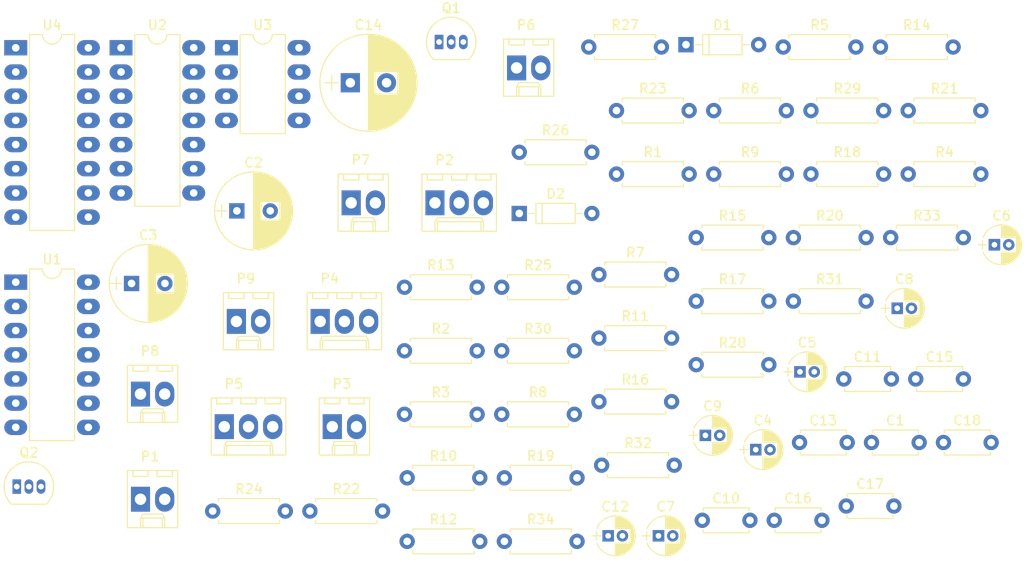
<source format=kicad_pcb>
(kicad_pcb (version 4) (host pcbnew 4.0.4-stable)
  (layers (0 F.Cu signal) (31 B.Cu signal) (34 B.Paste user) (35 F.Paste user) (36 B.SilkS user) (37 F.SilkS user) (38 B.Mask user) (39 F.Mask user) (44 Edge.Cuts user))
  (net 0 "")
  (net 1 "Net-(C1-Pad1)")
  (net 2 "Net-(C1-Pad2)")
  (net 3 VCC)
  (net 4 GND)
  (net 5 VEE)
  (net 6 "Net-(C10-Pad1)")
  (net 7 "Net-(C10-Pad2)")
  (net 8 "Net-(C12-Pad1)")
  (net 9 "Net-(C13-Pad1)")
  (net 10 "Net-(C13-Pad2)")
  (net 11 "Net-(C14-Pad2)")
  (net 12 "Net-(C15-Pad1)")
  (net 13 "Net-(C15-Pad2)")
  (net 14 "Net-(C16-Pad1)")
  (net 15 "Net-(C16-Pad2)")
  (net 16 "Net-(C17-Pad1)")
  (net 17 WET-SIGNAL)
  (net 18 "Net-(C18-Pad2)")
  (net 19 "Net-(D1-Pad1)")
  (net 20 "Net-(D1-Pad2)")
  (net 21 "Net-(D2-Pad1)")
  (net 22 "Net-(D2-Pad2)")
  (net 23 "Net-(P1-Pad2)")
  (net 24 "Net-(P2-Pad1)")
  (net 25 "Net-(P2-Pad2)")
  (net 26 "Net-(P3-Pad2)")
  (net 27 "Net-(P4-Pad1)")
  (net 28 "Net-(P4-Pad2)")
  (net 29 "Net-(P8-Pad2)")
  (net 30 "Net-(P9-Pad1)")
  (net 31 "Net-(P9-Pad2)")
  (net 32 "Net-(Q1-Pad3)")
  (net 33 "Net-(Q2-Pad3)")
  (net 34 "Net-(R3-Pad1)")
  (net 35 "Net-(R5-Pad1)")
  (net 36 "Net-(R10-Pad2)")
  (net 37 "Net-(R8-Pad1)")
  (net 38 "Net-(R9-Pad1)")
  (net 39 DRY-SIGNAL)
  (net 40 "Net-(R16-Pad1)")
  (net 41 "Net-(R17-Pad1)")
  (net 42 "Net-(R21-Pad1)")
  (net 43 "Net-(R22-Pad1)")
  (net 44 "Net-(R28-Pad2)")
  (net 45 "Net-(R32-Pad2)")
  (net 46 "Net-(U2-Pad13)")
  (net 47 "Net-(U3-Pad1)")
  (net 48 "Net-(U3-Pad8)")
  (net 49 "Net-(U4-Pad2)")
  (net 50 "Net-(U4-Pad15)")
  (module Capacitors_ThroughHole:C_Disc_D4.7mm_W2.5mm_P5.00mm (layer F.Cu) (at 203.509001 130.657)
    (fp_text reference C1 (at 2.5 -2.31) (layer F.SilkS))
    (fp_text value 1u)
    (pad 1 thru_hole circle (at 0 0) (size 1.6 1.6) (drill 0.8) (layers *.Cu *.Mask) (net 1 "Net-(C1-Pad1)"))
    (pad 2 thru_hole circle (at 5 0) (size 1.6 1.6) (drill 0.8) (layers *.Cu *.Mask) (net 2 "Net-(C1-Pad2)"))
  )
  (module Capacitors_ThroughHole:CP_Radial_D8.0mm_P3.50mm (layer F.Cu) (at 136.939001 106.337)
    (fp_text reference C2 (at 1.75 -5.06) (layer F.SilkS))
    (fp_text value 470u)
    (pad 1 thru_hole rect (at 0 0) (size 1.6 1.6) (drill 0.8) (layers *.Cu *.Mask) (net 3 VCC))
    (pad 2 thru_hole circle (at 3.5 0) (size 1.6 1.6) (drill 0.8) (layers *.Cu *.Mask) (net 4 GND))
  )
  (module Capacitors_ThroughHole:CP_Radial_D8.0mm_P3.50mm (layer F.Cu) (at 125.889001 113.957)
    (fp_text reference C3 (at 1.75 -5.06) (layer F.SilkS))
    (fp_text value 470u)
    (pad 1 thru_hole rect (at 0 0) (size 1.6 1.6) (drill 0.8) (layers *.Cu *.Mask) (net 4 GND))
    (pad 2 thru_hole circle (at 3.5 0) (size 1.6 1.6) (drill 0.8) (layers *.Cu *.Mask) (net 5 VEE))
  )
  (module Capacitors_ThroughHole:CP_Radial_D4.0mm_P1.50mm (layer F.Cu) (at 191.364001 131.407)
    (fp_text reference C4 (at 0.75 -3.06) (layer F.SilkS))
    (fp_text value 10u)
    (pad 1 thru_hole rect (at 0 0) (size 1.2 1.2) (drill 0.6) (layers *.Cu *.Mask) (net 3 VCC))
    (pad 2 thru_hole circle (at 1.5 0) (size 1.2 1.2) (drill 0.6) (layers *.Cu *.Mask) (net 4 GND))
  )
  (module Capacitors_ThroughHole:CP_Radial_D4.0mm_P1.50mm (layer F.Cu) (at 196.004001 123.237)
    (fp_text reference C5 (at 0.75 -3.06) (layer F.SilkS))
    (fp_text value 10u)
    (pad 1 thru_hole rect (at 0 0) (size 1.2 1.2) (drill 0.6) (layers *.Cu *.Mask) (net 4 GND))
    (pad 2 thru_hole circle (at 1.5 0) (size 1.2 1.2) (drill 0.6) (layers *.Cu *.Mask) (net 5 VEE))
  )
  (module Capacitors_ThroughHole:CP_Radial_D4.0mm_P1.50mm (layer F.Cu) (at 216.404001 109.897)
    (fp_text reference C6 (at 0.75 -3.06) (layer F.SilkS))
    (fp_text value 10u)
    (pad 1 thru_hole rect (at 0 0) (size 1.2 1.2) (drill 0.6) (layers *.Cu *.Mask) (net 3 VCC))
    (pad 2 thru_hole circle (at 1.5 0) (size 1.2 1.2) (drill 0.6) (layers *.Cu *.Mask) (net 4 GND))
  )
  (module Capacitors_ThroughHole:CP_Radial_D4.0mm_P1.50mm (layer F.Cu) (at 181.164001 140.457)
    (fp_text reference C7 (at 0.75 -3.06) (layer F.SilkS))
    (fp_text value 10u)
    (pad 1 thru_hole rect (at 0 0) (size 1.2 1.2) (drill 0.6) (layers *.Cu *.Mask) (net 4 GND))
    (pad 2 thru_hole circle (at 1.5 0) (size 1.2 1.2) (drill 0.6) (layers *.Cu *.Mask) (net 5 VEE))
  )
  (module Capacitors_ThroughHole:CP_Radial_D4.0mm_P1.50mm (layer F.Cu) (at 206.204001 116.567)
    (fp_text reference C8 (at 0.75 -3.06) (layer F.SilkS))
    (fp_text value 10u)
    (pad 1 thru_hole rect (at 0 0) (size 1.2 1.2) (drill 0.6) (layers *.Cu *.Mask) (net 3 VCC))
    (pad 2 thru_hole circle (at 1.5 0) (size 1.2 1.2) (drill 0.6) (layers *.Cu *.Mask) (net 4 GND))
  )
  (module Capacitors_ThroughHole:CP_Radial_D4.0mm_P1.50mm (layer F.Cu) (at 186.084001 129.907)
    (fp_text reference C9 (at 0.75 -3.06) (layer F.SilkS))
    (fp_text value 10u)
    (pad 1 thru_hole rect (at 0 0) (size 1.2 1.2) (drill 0.6) (layers *.Cu *.Mask) (net 4 GND))
    (pad 2 thru_hole circle (at 1.5 0) (size 1.2 1.2) (drill 0.6) (layers *.Cu *.Mask) (net 5 VEE))
  )
  (module Capacitors_ThroughHole:C_Disc_D4.7mm_W2.5mm_P5.00mm (layer F.Cu) (at 185.759001 138.827)
    (fp_text reference C10 (at 2.5 -2.31) (layer F.SilkS))
    (fp_text value 22n)
    (pad 1 thru_hole circle (at 0 0) (size 1.6 1.6) (drill 0.8) (layers *.Cu *.Mask) (net 6 "Net-(C10-Pad1)"))
    (pad 2 thru_hole circle (at 5 0) (size 1.6 1.6) (drill 0.8) (layers *.Cu *.Mask) (net 7 "Net-(C10-Pad2)"))
  )
  (module Capacitors_ThroughHole:C_Disc_D4.7mm_W2.5mm_P5.00mm (layer F.Cu) (at 200.599001 123.987)
    (fp_text reference C11 (at 2.5 -2.31) (layer F.SilkS))
    (fp_text value 1u)
    (pad 1 thru_hole circle (at 0 0) (size 1.6 1.6) (drill 0.8) (layers *.Cu *.Mask) (net 4 GND))
    (pad 2 thru_hole circle (at 5 0) (size 1.6 1.6) (drill 0.8) (layers *.Cu *.Mask) (net 3 VCC))
  )
  (module Capacitors_ThroughHole:CP_Radial_D4.0mm_P1.50mm (layer F.Cu) (at 175.884001 140.457)
    (fp_text reference C12 (at 0.75 -3.06) (layer F.SilkS))
    (fp_text value 10u)
    (pad 1 thru_hole rect (at 0 0) (size 1.2 1.2) (drill 0.6) (layers *.Cu *.Mask) (net 8 "Net-(C12-Pad1)"))
    (pad 2 thru_hole circle (at 1.5 0) (size 1.2 1.2) (drill 0.6) (layers *.Cu *.Mask) (net 4 GND))
  )
  (module Capacitors_ThroughHole:C_Disc_D4.7mm_W2.5mm_P5.00mm (layer F.Cu) (at 195.959001 130.657)
    (fp_text reference C13 (at 2.5 -2.31) (layer F.SilkS))
    (fp_text value 470n)
    (pad 1 thru_hole circle (at 0 0) (size 1.6 1.6) (drill 0.8) (layers *.Cu *.Mask) (net 9 "Net-(C13-Pad1)"))
    (pad 2 thru_hole circle (at 5 0) (size 1.6 1.6) (drill 0.8) (layers *.Cu *.Mask) (net 10 "Net-(C13-Pad2)"))
  )
  (module Capacitors_ThroughHole:CP_Radial_D10.0mm_P3.80mm (layer F.Cu) (at 148.839001 92.887)
    (fp_text reference C14 (at 1.9 -6.06) (layer F.SilkS))
    (fp_text value 220u)
    (pad 1 thru_hole rect (at 0 0) (size 2 2) (drill 1) (layers *.Cu *.Mask) (net 9 "Net-(C13-Pad1)"))
    (pad 2 thru_hole circle (at 3.8 0) (size 2 2) (drill 1) (layers *.Cu *.Mask) (net 11 "Net-(C14-Pad2)"))
  )
  (module Capacitors_ThroughHole:C_Disc_D4.7mm_W2.5mm_P5.00mm (layer F.Cu) (at 208.149001 123.987)
    (fp_text reference C15 (at 2.5 -2.31) (layer F.SilkS))
    (fp_text value 1u)
    (pad 1 thru_hole circle (at 0 0) (size 1.6 1.6) (drill 0.8) (layers *.Cu *.Mask) (net 12 "Net-(C15-Pad1)"))
    (pad 2 thru_hole circle (at 5 0) (size 1.6 1.6) (drill 0.8) (layers *.Cu *.Mask) (net 13 "Net-(C15-Pad2)"))
  )
  (module Capacitors_ThroughHole:C_Disc_D4.7mm_W2.5mm_P5.00mm (layer F.Cu) (at 193.309001 138.827)
    (fp_text reference C16 (at 2.5 -2.31) (layer F.SilkS))
    (fp_text value 1u)
    (pad 1 thru_hole circle (at 0 0) (size 1.6 1.6) (drill 0.8) (layers *.Cu *.Mask) (net 14 "Net-(C16-Pad1)"))
    (pad 2 thru_hole circle (at 5 0) (size 1.6 1.6) (drill 0.8) (layers *.Cu *.Mask) (net 15 "Net-(C16-Pad2)"))
  )
  (module Capacitors_ThroughHole:C_Disc_D4.7mm_W2.5mm_P5.00mm (layer F.Cu) (at 200.859001 137.327)
    (fp_text reference C17 (at 2.5 -2.31) (layer F.SilkS))
    (fp_text value 100n)
    (pad 1 thru_hole circle (at 0 0) (size 1.6 1.6) (drill 0.8) (layers *.Cu *.Mask) (net 16 "Net-(C17-Pad1)"))
    (pad 2 thru_hole circle (at 5 0) (size 1.6 1.6) (drill 0.8) (layers *.Cu *.Mask) (net 4 GND))
  )
  (module Capacitors_ThroughHole:C_Disc_D4.7mm_W2.5mm_P5.00mm (layer F.Cu) (at 211.059001 130.657)
    (fp_text reference C18 (at 2.5 -2.31) (layer F.SilkS))
    (fp_text value 100n)
    (pad 1 thru_hole circle (at 0 0) (size 1.6 1.6) (drill 0.8) (layers *.Cu *.Mask) (net 17 WET-SIGNAL))
    (pad 2 thru_hole circle (at 5 0) (size 1.6 1.6) (drill 0.8) (layers *.Cu *.Mask) (net 18 "Net-(C18-Pad2)"))
  )
  (module Diodes_ThroughHole:D_DO-35_SOD27_P7.62mm_Horizontal (layer F.Cu) (at 184.049001 88.887)
    (fp_text reference D1 (at 3.81 -2.06) (layer F.SilkS))
    (fp_text value 1N4148)
    (pad 1 thru_hole rect (at 0 0) (size 1.6 1.6) (drill 0.8) (layers *.Cu *.Mask) (net 19 "Net-(D1-Pad1)"))
    (pad 2 thru_hole oval (at 7.62 0) (size 1.6 1.6) (drill 0.8) (layers *.Cu *.Mask) (net 20 "Net-(D1-Pad2)"))
  )
  (module Diodes_ThroughHole:D_DO-35_SOD27_P7.62mm_Horizontal (layer F.Cu) (at 166.559001 106.607)
    (fp_text reference D2 (at 3.81 -2.06) (layer F.SilkS))
    (fp_text value 1N4148)
    (pad 1 thru_hole rect (at 0 0) (size 1.6 1.6) (drill 0.8) (layers *.Cu *.Mask) (net 21 "Net-(D2-Pad1)"))
    (pad 2 thru_hole oval (at 7.62 0) (size 1.6 1.6) (drill 0.8) (layers *.Cu *.Mask) (net 22 "Net-(D2-Pad2)"))
  )
  (module Connectors_Molex:Molex_KK-6410-02_02x2.54mm_Straight (layer F.Cu) (at 126.827333 136.617)
    (fp_text reference P1 (at 1 -4.5) (layer F.SilkS))
    (fp_text value CONN_01X02)
    (pad 1 thru_hole rect (at 0 0) (size 2 2.6) (drill 1.2) (layers *.Cu *.Mask) (net 4 GND))
    (pad 2 thru_hole oval (at 2.54 0) (size 2 2.6) (drill 1.2) (layers *.Cu *.Mask) (net 23 "Net-(P1-Pad2)"))
  )
  (module Connectors_Molex:Molex_KK-6410-03_03x2.54mm_Straight (layer F.Cu) (at 157.717333 105.497)
    (fp_text reference P2 (at 1 -4.5) (layer F.SilkS))
    (fp_text value CONN_01X03)
    (pad 1 thru_hole rect (at 0 0) (size 2 2.6) (drill 1.2) (layers *.Cu *.Mask) (net 24 "Net-(P2-Pad1)"))
    (pad 2 thru_hole oval (at 2.54 0) (size 2 2.6) (drill 1.2) (layers *.Cu *.Mask) (net 25 "Net-(P2-Pad2)"))
    (pad 3 thru_hole oval (at 5.08 0) (size 2 2.6) (drill 1.2) (layers *.Cu *.Mask) (net 3 VCC))
  )
  (module Connectors_Molex:Molex_KK-6410-02_02x2.54mm_Straight (layer F.Cu) (at 146.947333 128.997)
    (fp_text reference P3 (at 1 -4.5) (layer F.SilkS))
    (fp_text value CONN_01X02)
    (pad 1 thru_hole rect (at 0 0) (size 2 2.6) (drill 1.2) (layers *.Cu *.Mask) (net 4 GND))
    (pad 2 thru_hole oval (at 2.54 0) (size 2 2.6) (drill 1.2) (layers *.Cu *.Mask) (net 26 "Net-(P3-Pad2)"))
  )
  (module Connectors_Molex:Molex_KK-6410-03_03x2.54mm_Straight (layer F.Cu) (at 145.677333 117.947)
    (fp_text reference P4 (at 1 -4.5) (layer F.SilkS))
    (fp_text value CONN_01X03)
    (pad 1 thru_hole rect (at 0 0) (size 2 2.6) (drill 1.2) (layers *.Cu *.Mask) (net 27 "Net-(P4-Pad1)"))
    (pad 2 thru_hole oval (at 2.54 0) (size 2 2.6) (drill 1.2) (layers *.Cu *.Mask) (net 28 "Net-(P4-Pad2)"))
    (pad 3 thru_hole oval (at 5.08 0) (size 2 2.6) (drill 1.2) (layers *.Cu *.Mask) (net 3 VCC))
  )
  (module Connectors_Molex:Molex_KK-6410-03_03x2.54mm_Straight (layer F.Cu) (at 135.617333 128.997)
    (fp_text reference P5 (at 1 -4.5) (layer F.SilkS))
    (fp_text value CONN_01X03)
    (pad 1 thru_hole rect (at 0 0) (size 2 2.6) (drill 1.2) (layers *.Cu *.Mask) (net 5 VEE))
    (pad 2 thru_hole oval (at 2.54 0) (size 2 2.6) (drill 1.2) (layers *.Cu *.Mask) (net 4 GND))
    (pad 3 thru_hole oval (at 5.08 0) (size 2 2.6) (drill 1.2) (layers *.Cu *.Mask) (net 3 VCC))
  )
  (module Connectors_Molex:Molex_KK-6410-02_02x2.54mm_Straight (layer F.Cu) (at 166.277333 91.327)
    (fp_text reference P6 (at 1 -4.5) (layer F.SilkS))
    (fp_text value CONN_01X02)
    (pad 1 thru_hole rect (at 0 0) (size 2 2.6) (drill 1.2) (layers *.Cu *.Mask) (net 4 GND))
    (pad 2 thru_hole oval (at 2.54 0) (size 2 2.6) (drill 1.2) (layers *.Cu *.Mask) (net 2 "Net-(C1-Pad2)"))
  )
  (module Connectors_Molex:Molex_KK-6410-02_02x2.54mm_Straight (layer F.Cu) (at 148.927333 105.497)
    (fp_text reference P7 (at 1 -4.5) (layer F.SilkS))
    (fp_text value CONN_01X02)
    (pad 1 thru_hole rect (at 0 0) (size 2 2.6) (drill 1.2) (layers *.Cu *.Mask) (net 11 "Net-(C14-Pad2)"))
    (pad 2 thru_hole oval (at 2.54 0) (size 2 2.6) (drill 1.2) (layers *.Cu *.Mask) (net 4 GND))
  )
  (module Connectors_Molex:Molex_KK-6410-02_02x2.54mm_Straight (layer F.Cu) (at 126.827333 125.567)
    (fp_text reference P8 (at 1 -4.5) (layer F.SilkS))
    (fp_text value CONN_01X02)
    (pad 1 thru_hole rect (at 0 0) (size 2 2.6) (drill 1.2) (layers *.Cu *.Mask) (net 4 GND))
    (pad 2 thru_hole oval (at 2.54 0) (size 2 2.6) (drill 1.2) (layers *.Cu *.Mask) (net 29 "Net-(P8-Pad2)"))
  )
  (module Connectors_Molex:Molex_KK-6410-02_02x2.54mm_Straight (layer F.Cu) (at 136.887333 117.947)
    (fp_text reference P9 (at 1 -4.5) (layer F.SilkS))
    (fp_text value CONN_01X02)
    (pad 1 thru_hole rect (at 0 0) (size 2 2.6) (drill 1.2) (layers *.Cu *.Mask) (net 30 "Net-(P9-Pad1)"))
    (pad 2 thru_hole oval (at 2.54 0) (size 2 2.6) (drill 1.2) (layers *.Cu *.Mask) (net 31 "Net-(P9-Pad2)"))
  )
  (module Resistors_ThroughHole:R_Axial_DIN0207_L6.3mm_D2.5mm_P7.62mm_Horizontal (layer F.Cu) (at 176.759001 102.477)
    (fp_text reference R1 (at 3.81 -2.31) (layer F.SilkS))
    (fp_text value 47k)
    (pad 1 thru_hole circle (at 0 0) (size 1.6 1.6) (drill 0.8) (layers *.Cu *.Mask) (net 24 "Net-(P2-Pad1)"))
    (pad 2 thru_hole oval (at 7.62 0) (size 1.6 1.6) (drill 0.8) (layers *.Cu *.Mask) (net 5 VEE))
  )
  (module Resistors_ThroughHole:R_Axial_DIN0207_L6.3mm_D2.5mm_P7.62mm_Horizontal (layer F.Cu) (at 154.519001 121.027)
    (fp_text reference R2 (at 3.81 -2.31) (layer F.SilkS))
    (fp_text value 47k)
    (pad 1 thru_hole circle (at 0 0) (size 1.6 1.6) (drill 0.8) (layers *.Cu *.Mask) (net 27 "Net-(P4-Pad1)"))
    (pad 2 thru_hole oval (at 7.62 0) (size 1.6 1.6) (drill 0.8) (layers *.Cu *.Mask) (net 5 VEE))
  )
  (module Resistors_ThroughHole:R_Axial_DIN0207_L6.3mm_D2.5mm_P7.62mm_Horizontal (layer F.Cu) (at 154.519001 127.697)
    (fp_text reference R3 (at 3.81 -2.31) (layer F.SilkS))
    (fp_text value 100k)
    (pad 1 thru_hole circle (at 0 0) (size 1.6 1.6) (drill 0.8) (layers *.Cu *.Mask) (net 34 "Net-(R3-Pad1)"))
    (pad 2 thru_hole oval (at 7.62 0) (size 1.6 1.6) (drill 0.8) (layers *.Cu *.Mask) (net 23 "Net-(P1-Pad2)"))
  )
  (module Resistors_ThroughHole:R_Axial_DIN0207_L6.3mm_D2.5mm_P7.62mm_Horizontal (layer F.Cu) (at 207.359001 102.477)
    (fp_text reference R4 (at 3.81 -2.31) (layer F.SilkS))
    (fp_text value 100k)
    (pad 1 thru_hole circle (at 0 0) (size 1.6 1.6) (drill 0.8) (layers *.Cu *.Mask) (net 34 "Net-(R3-Pad1)"))
    (pad 2 thru_hole oval (at 7.62 0) (size 1.6 1.6) (drill 0.8) (layers *.Cu *.Mask) (net 25 "Net-(P2-Pad2)"))
  )
  (module Resistors_ThroughHole:R_Axial_DIN0207_L6.3mm_D2.5mm_P7.62mm_Horizontal (layer F.Cu) (at 194.249001 89.137)
    (fp_text reference R5 (at 3.81 -2.31) (layer F.SilkS))
    (fp_text value 100k)
    (pad 1 thru_hole circle (at 0 0) (size 1.6 1.6) (drill 0.8) (layers *.Cu *.Mask) (net 35 "Net-(R5-Pad1)"))
    (pad 2 thru_hole oval (at 7.62 0) (size 1.6 1.6) (drill 0.8) (layers *.Cu *.Mask) (net 26 "Net-(P3-Pad2)"))
  )
  (module Resistors_ThroughHole:R_Axial_DIN0207_L6.3mm_D2.5mm_P7.62mm_Horizontal (layer F.Cu) (at 186.959001 95.807)
    (fp_text reference R6 (at 3.81 -2.31) (layer F.SilkS))
    (fp_text value 100k)
    (pad 1 thru_hole circle (at 0 0) (size 1.6 1.6) (drill 0.8) (layers *.Cu *.Mask) (net 35 "Net-(R5-Pad1)"))
    (pad 2 thru_hole oval (at 7.62 0) (size 1.6 1.6) (drill 0.8) (layers *.Cu *.Mask) (net 28 "Net-(P4-Pad2)"))
  )
  (module Resistors_ThroughHole:R_Axial_DIN0207_L6.3mm_D2.5mm_P7.62mm_Horizontal (layer F.Cu) (at 174.919001 113.027)
    (fp_text reference R7 (at 3.81 -2.31) (layer F.SilkS))
    (fp_text value 100k)
    (pad 1 thru_hole circle (at 0 0) (size 1.6 1.6) (drill 0.8) (layers *.Cu *.Mask) (net 36 "Net-(R10-Pad2)"))
    (pad 2 thru_hole oval (at 7.62 0) (size 1.6 1.6) (drill 0.8) (layers *.Cu *.Mask) (net 1 "Net-(C1-Pad1)"))
  )
  (module Resistors_ThroughHole:R_Axial_DIN0207_L6.3mm_D2.5mm_P7.62mm_Horizontal (layer F.Cu) (at 164.719001 127.697)
    (fp_text reference R8 (at 3.81 -2.31) (layer F.SilkS))
    (fp_text value 39k)
    (pad 1 thru_hole circle (at 0 0) (size 1.6 1.6) (drill 0.8) (layers *.Cu *.Mask) (net 37 "Net-(R8-Pad1)"))
    (pad 2 thru_hole oval (at 7.62 0) (size 1.6 1.6) (drill 0.8) (layers *.Cu *.Mask) (net 34 "Net-(R3-Pad1)"))
  )
  (module Resistors_ThroughHole:R_Axial_DIN0207_L6.3mm_D2.5mm_P7.62mm_Horizontal (layer F.Cu) (at 186.959001 102.477)
    (fp_text reference R9 (at 3.81 -2.31) (layer F.SilkS))
    (fp_text value 39k)
    (pad 1 thru_hole circle (at 0 0) (size 1.6 1.6) (drill 0.8) (layers *.Cu *.Mask) (net 38 "Net-(R9-Pad1)"))
    (pad 2 thru_hole oval (at 7.62 0) (size 1.6 1.6) (drill 0.8) (layers *.Cu *.Mask) (net 35 "Net-(R5-Pad1)"))
  )
  (module Resistors_ThroughHole:R_Axial_DIN0207_L6.3mm_D2.5mm_P7.62mm_Horizontal (layer F.Cu) (at 154.799001 134.367)
    (fp_text reference R10 (at 3.81 -2.31) (layer F.SilkS))
    (fp_text value 100k)
    (pad 1 thru_hole circle (at 0 0) (size 1.6 1.6) (drill 0.8) (layers *.Cu *.Mask) (net 39 DRY-SIGNAL))
    (pad 2 thru_hole oval (at 7.62 0) (size 1.6 1.6) (drill 0.8) (layers *.Cu *.Mask) (net 36 "Net-(R10-Pad2)"))
  )
  (module Resistors_ThroughHole:R_Axial_DIN0207_L6.3mm_D2.5mm_P7.62mm_Horizontal (layer F.Cu) (at 174.919001 119.697)
    (fp_text reference R11 (at 3.81 -2.31) (layer F.SilkS))
    (fp_text value 68k)
    (pad 1 thru_hole circle (at 0 0) (size 1.6 1.6) (drill 0.8) (layers *.Cu *.Mask) (net 19 "Net-(D1-Pad1)"))
    (pad 2 thru_hole oval (at 7.62 0) (size 1.6 1.6) (drill 0.8) (layers *.Cu *.Mask) (net 4 GND))
  )
  (module Resistors_ThroughHole:R_Axial_DIN0207_L6.3mm_D2.5mm_P7.62mm_Horizontal (layer F.Cu) (at 154.799001 141.037)
    (fp_text reference R12 (at 3.81 -2.31) (layer F.SilkS))
    (fp_text value 68k)
    (pad 1 thru_hole circle (at 0 0) (size 1.6 1.6) (drill 0.8) (layers *.Cu *.Mask) (net 21 "Net-(D2-Pad1)"))
    (pad 2 thru_hole oval (at 7.62 0) (size 1.6 1.6) (drill 0.8) (layers *.Cu *.Mask) (net 4 GND))
  )
  (module Resistors_ThroughHole:R_Axial_DIN0207_L6.3mm_D2.5mm_P7.62mm_Horizontal (layer F.Cu) (at 154.519001 114.357)
    (fp_text reference R13 (at 3.81 -2.31) (layer F.SilkS))
    (fp_text value 10k)
    (pad 1 thru_hole circle (at 0 0) (size 1.6 1.6) (drill 0.8) (layers *.Cu *.Mask) (net 7 "Net-(C10-Pad2)"))
    (pad 2 thru_hole oval (at 7.62 0) (size 1.6 1.6) (drill 0.8) (layers *.Cu *.Mask) (net 39 DRY-SIGNAL))
  )
  (module Resistors_ThroughHole:R_Axial_DIN0207_L6.3mm_D2.5mm_P7.62mm_Horizontal (layer F.Cu) (at 204.449001 89.137)
    (fp_text reference R14 (at 3.81 -2.31) (layer F.SilkS))
    (fp_text value 1k)
    (pad 1 thru_hole circle (at 0 0) (size 1.6 1.6) (drill 0.8) (layers *.Cu *.Mask) (net 4 GND))
    (pad 2 thru_hole oval (at 7.62 0) (size 1.6 1.6) (drill 0.8) (layers *.Cu *.Mask) (net 7 "Net-(C10-Pad2)"))
  )
  (module Resistors_ThroughHole:R_Axial_DIN0207_L6.3mm_D2.5mm_P7.62mm_Horizontal (layer F.Cu) (at 185.119001 109.147)
    (fp_text reference R15 (at 3.81 -2.31) (layer F.SilkS))
    (fp_text value 100k)
    (pad 1 thru_hole circle (at 0 0) (size 1.6 1.6) (drill 0.8) (layers *.Cu *.Mask) (net 6 "Net-(C10-Pad1)"))
    (pad 2 thru_hole oval (at 7.62 0) (size 1.6 1.6) (drill 0.8) (layers *.Cu *.Mask) (net 4 GND))
  )
  (module Resistors_ThroughHole:R_Axial_DIN0207_L6.3mm_D2.5mm_P7.62mm_Horizontal (layer F.Cu) (at 174.919001 126.367)
    (fp_text reference R16 (at 3.81 -2.31) (layer F.SilkS))
    (fp_text value 220k)
    (pad 1 thru_hole circle (at 0 0) (size 1.6 1.6) (drill 0.8) (layers *.Cu *.Mask) (net 40 "Net-(R16-Pad1)"))
    (pad 2 thru_hole oval (at 7.62 0) (size 1.6 1.6) (drill 0.8) (layers *.Cu *.Mask) (net 17 WET-SIGNAL))
  )
  (module Resistors_ThroughHole:R_Axial_DIN0207_L6.3mm_D2.5mm_P7.62mm_Horizontal (layer F.Cu) (at 185.119001 115.817)
    (fp_text reference R17 (at 3.81 -2.31) (layer F.SilkS))
    (fp_text value 220k)
    (pad 1 thru_hole circle (at 0 0) (size 1.6 1.6) (drill 0.8) (layers *.Cu *.Mask) (net 41 "Net-(R17-Pad1)"))
    (pad 2 thru_hole oval (at 7.62 0) (size 1.6 1.6) (drill 0.8) (layers *.Cu *.Mask) (net 39 DRY-SIGNAL))
  )
  (module Resistors_ThroughHole:R_Axial_DIN0207_L6.3mm_D2.5mm_P7.62mm_Horizontal (layer F.Cu) (at 197.159001 102.477)
    (fp_text reference R18 (at 3.81 -2.31) (layer F.SilkS))
    (fp_text value 1k)
    (pad 1 thru_hole circle (at 0 0) (size 1.6 1.6) (drill 0.8) (layers *.Cu *.Mask) (net 40 "Net-(R16-Pad1)"))
    (pad 2 thru_hole oval (at 7.62 0) (size 1.6 1.6) (drill 0.8) (layers *.Cu *.Mask) (net 4 GND))
  )
  (module Resistors_ThroughHole:R_Axial_DIN0207_L6.3mm_D2.5mm_P7.62mm_Horizontal (layer F.Cu) (at 164.999001 134.367)
    (fp_text reference R19 (at 3.81 -2.31) (layer F.SilkS))
    (fp_text value 1k)
    (pad 1 thru_hole circle (at 0 0) (size 1.6 1.6) (drill 0.8) (layers *.Cu *.Mask) (net 41 "Net-(R17-Pad1)"))
    (pad 2 thru_hole oval (at 7.62 0) (size 1.6 1.6) (drill 0.8) (layers *.Cu *.Mask) (net 4 GND))
  )
  (module Resistors_ThroughHole:R_Axial_DIN0207_L6.3mm_D2.5mm_P7.62mm_Horizontal (layer F.Cu) (at 195.319001 109.147)
    (fp_text reference R20 (at 3.81 -2.31) (layer F.SilkS))
    (fp_text value 10R)
    (pad 1 thru_hole circle (at 0 0) (size 1.6 1.6) (drill 0.8) (layers *.Cu *.Mask) (net 10 "Net-(C13-Pad2)"))
    (pad 2 thru_hole oval (at 7.62 0) (size 1.6 1.6) (drill 0.8) (layers *.Cu *.Mask) (net 4 GND))
  )
  (module Resistors_ThroughHole:R_Axial_DIN0207_L6.3mm_D2.5mm_P7.62mm_Horizontal (layer F.Cu) (at 207.359001 95.807)
    (fp_text reference R21 (at 3.81 -2.31) (layer F.SilkS))
    (fp_text value 220k)
    (pad 1 thru_hole circle (at 0 0) (size 1.6 1.6) (drill 0.8) (layers *.Cu *.Mask) (net 42 "Net-(R21-Pad1)"))
    (pad 2 thru_hole oval (at 7.62 0) (size 1.6 1.6) (drill 0.8) (layers *.Cu *.Mask) (net 3 VCC))
  )
  (module Resistors_ThroughHole:R_Axial_DIN0207_L6.3mm_D2.5mm_P7.62mm_Horizontal (layer F.Cu) (at 144.599001 137.857)
    (fp_text reference R22 (at 3.81 -2.31) (layer F.SilkS))
    (fp_text value 220k)
    (pad 1 thru_hole circle (at 0 0) (size 1.6 1.6) (drill 0.8) (layers *.Cu *.Mask) (net 43 "Net-(R22-Pad1)"))
    (pad 2 thru_hole oval (at 7.62 0) (size 1.6 1.6) (drill 0.8) (layers *.Cu *.Mask) (net 3 VCC))
  )
  (module Resistors_ThroughHole:R_Axial_DIN0207_L6.3mm_D2.5mm_P7.62mm_Horizontal (layer F.Cu) (at 176.759001 95.807)
    (fp_text reference R23 (at 3.81 -2.31) (layer F.SilkS))
    (fp_text value 56k)
    (pad 1 thru_hole circle (at 0 0) (size 1.6 1.6) (drill 0.8) (layers *.Cu *.Mask) (net 4 GND))
    (pad 2 thru_hole oval (at 7.62 0) (size 1.6 1.6) (drill 0.8) (layers *.Cu *.Mask) (net 42 "Net-(R21-Pad1)"))
  )
  (module Resistors_ThroughHole:R_Axial_DIN0207_L6.3mm_D2.5mm_P7.62mm_Horizontal (layer F.Cu) (at 134.399001 137.857)
    (fp_text reference R24 (at 3.81 -2.31) (layer F.SilkS))
    (fp_text value 56k)
    (pad 1 thru_hole circle (at 0 0) (size 1.6 1.6) (drill 0.8) (layers *.Cu *.Mask) (net 4 GND))
    (pad 2 thru_hole oval (at 7.62 0) (size 1.6 1.6) (drill 0.8) (layers *.Cu *.Mask) (net 43 "Net-(R22-Pad1)"))
  )
  (module Resistors_ThroughHole:R_Axial_DIN0207_L6.3mm_D2.5mm_P7.62mm_Horizontal (layer F.Cu) (at 164.719001 114.357)
    (fp_text reference R25 (at 3.81 -2.31) (layer F.SilkS))
    (fp_text value 4k7)
    (pad 1 thru_hole circle (at 0 0) (size 1.6 1.6) (drill 0.8) (layers *.Cu *.Mask) (net 5 VEE))
    (pad 2 thru_hole oval (at 7.62 0) (size 1.6 1.6) (drill 0.8) (layers *.Cu *.Mask) (net 13 "Net-(C15-Pad2)"))
  )
  (module Resistors_ThroughHole:R_Axial_DIN0207_L6.3mm_D2.5mm_P7.62mm_Horizontal (layer F.Cu) (at 166.559001 100.187)
    (fp_text reference R26 (at 3.81 -2.31) (layer F.SilkS))
    (fp_text value 4k7)
    (pad 1 thru_hole circle (at 0 0) (size 1.6 1.6) (drill 0.8) (layers *.Cu *.Mask) (net 5 VEE))
    (pad 2 thru_hole oval (at 7.62 0) (size 1.6 1.6) (drill 0.8) (layers *.Cu *.Mask) (net 15 "Net-(C16-Pad2)"))
  )
  (module Resistors_ThroughHole:R_Axial_DIN0207_L6.3mm_D2.5mm_P7.62mm_Horizontal (layer F.Cu) (at 173.849001 89.137)
    (fp_text reference R27 (at 3.81 -2.31) (layer F.SilkS))
    (fp_text value 1M)
    (pad 1 thru_hole circle (at 0 0) (size 1.6 1.6) (drill 0.8) (layers *.Cu *.Mask) (net 29 "Net-(P8-Pad2)"))
    (pad 2 thru_hole oval (at 7.62 0) (size 1.6 1.6) (drill 0.8) (layers *.Cu *.Mask) (net 4 GND))
  )
  (module Resistors_ThroughHole:R_Axial_DIN0207_L6.3mm_D2.5mm_P7.62mm_Horizontal (layer F.Cu) (at 185.119001 122.487)
    (fp_text reference R28 (at 3.81 -2.31) (layer F.SilkS))
    (fp_text value 100k)
    (pad 1 thru_hole circle (at 0 0) (size 1.6 1.6) (drill 0.8) (layers *.Cu *.Mask) (net 12 "Net-(C15-Pad1)"))
    (pad 2 thru_hole oval (at 7.62 0) (size 1.6 1.6) (drill 0.8) (layers *.Cu *.Mask) (net 44 "Net-(R28-Pad2)"))
  )
  (module Resistors_ThroughHole:R_Axial_DIN0207_L6.3mm_D2.5mm_P7.62mm_Horizontal (layer F.Cu) (at 197.159001 95.807)
    (fp_text reference R29 (at 3.81 -2.31) (layer F.SilkS))
    (fp_text value 100k)
    (pad 1 thru_hole circle (at 0 0) (size 1.6 1.6) (drill 0.8) (layers *.Cu *.Mask) (net 14 "Net-(C16-Pad1)"))
    (pad 2 thru_hole oval (at 7.62 0) (size 1.6 1.6) (drill 0.8) (layers *.Cu *.Mask) (net 44 "Net-(R28-Pad2)"))
  )
  (module Resistors_ThroughHole:R_Axial_DIN0207_L6.3mm_D2.5mm_P7.62mm_Horizontal (layer F.Cu) (at 164.719001 121.027)
    (fp_text reference R30 (at 3.81 -2.31) (layer F.SilkS))
    (fp_text value 6k8)
    (pad 1 thru_hole circle (at 0 0) (size 1.6 1.6) (drill 0.8) (layers *.Cu *.Mask) (net 18 "Net-(C18-Pad2)"))
    (pad 2 thru_hole oval (at 7.62 0) (size 1.6 1.6) (drill 0.8) (layers *.Cu *.Mask) (net 16 "Net-(C17-Pad1)"))
  )
  (module Resistors_ThroughHole:R_Axial_DIN0207_L6.3mm_D2.5mm_P7.62mm_Horizontal (layer F.Cu) (at 195.319001 115.817)
    (fp_text reference R31 (at 3.81 -2.31) (layer F.SilkS))
    (fp_text value 470k)
    (pad 1 thru_hole circle (at 0 0) (size 1.6 1.6) (drill 0.8) (layers *.Cu *.Mask) (net 17 WET-SIGNAL))
    (pad 2 thru_hole oval (at 7.62 0) (size 1.6 1.6) (drill 0.8) (layers *.Cu *.Mask) (net 18 "Net-(C18-Pad2)"))
  )
  (module Resistors_ThroughHole:R_Axial_DIN0207_L6.3mm_D2.5mm_P7.62mm_Horizontal (layer F.Cu) (at 175.199001 133.037)
    (fp_text reference R32 (at 3.81 -2.31) (layer F.SilkS))
    (fp_text value 100k)
    (pad 1 thru_hole circle (at 0 0) (size 1.6 1.6) (drill 0.8) (layers *.Cu *.Mask) (net 44 "Net-(R28-Pad2)"))
    (pad 2 thru_hole oval (at 7.62 0) (size 1.6 1.6) (drill 0.8) (layers *.Cu *.Mask) (net 45 "Net-(R32-Pad2)"))
  )
  (module Resistors_ThroughHole:R_Axial_DIN0207_L6.3mm_D2.5mm_P7.62mm_Horizontal (layer F.Cu) (at 205.519001 109.147)
    (fp_text reference R33 (at 3.81 -2.31) (layer F.SilkS))
    (fp_text value 1k)
    (pad 1 thru_hole circle (at 0 0) (size 1.6 1.6) (drill 0.8) (layers *.Cu *.Mask) (net 17 WET-SIGNAL))
    (pad 2 thru_hole oval (at 7.62 0) (size 1.6 1.6) (drill 0.8) (layers *.Cu *.Mask) (net 30 "Net-(P9-Pad1)"))
  )
  (module Resistors_ThroughHole:R_Axial_DIN0207_L6.3mm_D2.5mm_P7.62mm_Horizontal (layer F.Cu) (at 164.999001 141.037)
    (fp_text reference R34 (at 3.81 -2.31) (layer F.SilkS))
    (fp_text value 1k)
    (pad 1 thru_hole circle (at 0 0) (size 1.6 1.6) (drill 0.8) (layers *.Cu *.Mask) (net 45 "Net-(R32-Pad2)"))
    (pad 2 thru_hole oval (at 7.62 0) (size 1.6 1.6) (drill 0.8) (layers *.Cu *.Mask) (net 31 "Net-(P9-Pad2)"))
  )
  (module Housings_DIP:DIP-14_W7.62mm_LongPads (layer F.Cu) (at 113.739001 113.827)
    (fp_text reference U1 (at 3.81 -2.39) (layer F.SilkS))
    (fp_text value TL074)
    (pad 1 thru_hole rect (at 0 0) (size 2.4 1.6) (drill 0.8) (layers *.Cu *.Mask) (net 37 "Net-(R8-Pad1)"))
    (pad 8 thru_hole oval (at 7.62 15.24) (size 2.4 1.6) (drill 0.8) (layers *.Cu *.Mask) (net 38 "Net-(R9-Pad1)"))
    (pad 2 thru_hole oval (at 0 2.54) (size 2.4 1.6) (drill 0.8) (layers *.Cu *.Mask) (net 34 "Net-(R3-Pad1)"))
    (pad 9 thru_hole oval (at 7.62 12.7) (size 2.4 1.6) (drill 0.8) (layers *.Cu *.Mask) (net 35 "Net-(R5-Pad1)"))
    (pad 3 thru_hole oval (at 0 5.08) (size 2.4 1.6) (drill 0.8) (layers *.Cu *.Mask) (net 4 GND))
    (pad 10 thru_hole oval (at 7.62 10.16) (size 2.4 1.6) (drill 0.8) (layers *.Cu *.Mask) (net 4 GND))
    (pad 4 thru_hole oval (at 0 7.62) (size 2.4 1.6) (drill 0.8) (layers *.Cu *.Mask) (net 3 VCC))
    (pad 11 thru_hole oval (at 7.62 7.62) (size 2.4 1.6) (drill 0.8) (layers *.Cu *.Mask) (net 5 VEE))
    (pad 5 thru_hole oval (at 0 10.16) (size 2.4 1.6) (drill 0.8) (layers *.Cu *.Mask) (net 37 "Net-(R8-Pad1)"))
    (pad 12 thru_hole oval (at 7.62 5.08) (size 2.4 1.6) (drill 0.8) (layers *.Cu *.Mask) (net 38 "Net-(R9-Pad1)"))
    (pad 6 thru_hole oval (at 0 12.7) (size 2.4 1.6) (drill 0.8) (layers *.Cu *.Mask) (net 19 "Net-(D1-Pad1)"))
    (pad 13 thru_hole oval (at 7.62 2.54) (size 2.4 1.6) (drill 0.8) (layers *.Cu *.Mask) (net 21 "Net-(D2-Pad1)"))
    (pad 7 thru_hole oval (at 0 15.24) (size 2.4 1.6) (drill 0.8) (layers *.Cu *.Mask) (net 20 "Net-(D1-Pad2)"))
    (pad 14 thru_hole oval (at 7.62 0) (size 2.4 1.6) (drill 0.8) (layers *.Cu *.Mask) (net 22 "Net-(D2-Pad2)"))
  )
  (module Housings_DIP:DIP-14_W7.62mm_LongPads (layer F.Cu) (at 124.789001 89.217)
    (fp_text reference U2 (at 3.81 -2.39) (layer F.SilkS))
    (fp_text value TL074)
    (pad 1 thru_hole rect (at 0 0) (size 2.4 1.6) (drill 0.8) (layers *.Cu *.Mask) (net 39 DRY-SIGNAL))
    (pad 8 thru_hole oval (at 7.62 15.24) (size 2.4 1.6) (drill 0.8) (layers *.Cu *.Mask) (net 45 "Net-(R32-Pad2)"))
    (pad 2 thru_hole oval (at 0 2.54) (size 2.4 1.6) (drill 0.8) (layers *.Cu *.Mask) (net 36 "Net-(R10-Pad2)"))
    (pad 9 thru_hole oval (at 7.62 12.7) (size 2.4 1.6) (drill 0.8) (layers *.Cu *.Mask) (net 44 "Net-(R28-Pad2)"))
    (pad 3 thru_hole oval (at 0 5.08) (size 2.4 1.6) (drill 0.8) (layers *.Cu *.Mask) (net 4 GND))
    (pad 10 thru_hole oval (at 7.62 10.16) (size 2.4 1.6) (drill 0.8) (layers *.Cu *.Mask) (net 4 GND))
    (pad 4 thru_hole oval (at 0 7.62) (size 2.4 1.6) (drill 0.8) (layers *.Cu *.Mask) (net 3 VCC))
    (pad 11 thru_hole oval (at 7.62 7.62) (size 2.4 1.6) (drill 0.8) (layers *.Cu *.Mask) (net 5 VEE))
    (pad 5 thru_hole oval (at 0 10.16) (size 2.4 1.6) (drill 0.8) (layers *.Cu *.Mask) (net 29 "Net-(P8-Pad2)"))
    (pad 12 thru_hole oval (at 7.62 5.08) (size 2.4 1.6) (drill 0.8) (layers *.Cu *.Mask) (net 4 GND))
    (pad 6 thru_hole oval (at 0 12.7) (size 2.4 1.6) (drill 0.8) (layers *.Cu *.Mask) (net 18 "Net-(C18-Pad2)"))
    (pad 13 thru_hole oval (at 7.62 2.54) (size 2.4 1.6) (drill 0.8) (layers *.Cu *.Mask) (net 46 "Net-(U2-Pad13)"))
    (pad 7 thru_hole oval (at 0 15.24) (size 2.4 1.6) (drill 0.8) (layers *.Cu *.Mask) (net 17 WET-SIGNAL))
    (pad 14 thru_hole oval (at 7.62 0) (size 2.4 1.6) (drill 0.8) (layers *.Cu *.Mask) (net 46 "Net-(U2-Pad13)"))
  )
  (module Housings_DIP:DIP-8_W7.62mm_LongPads (layer F.Cu) (at 135.839001 89.217)
    (fp_text reference U3 (at 3.81 -2.39) (layer F.SilkS))
    (fp_text value LM386)
    (pad 1 thru_hole rect (at 0 0) (size 2.4 1.6) (drill 0.8) (layers *.Cu *.Mask) (net 47 "Net-(U3-Pad1)"))
    (pad 5 thru_hole oval (at 7.62 7.62) (size 2.4 1.6) (drill 0.8) (layers *.Cu *.Mask) (net 9 "Net-(C13-Pad1)"))
    (pad 2 thru_hole oval (at 0 2.54) (size 2.4 1.6) (drill 0.8) (layers *.Cu *.Mask) (net 4 GND))
    (pad 6 thru_hole oval (at 7.62 5.08) (size 2.4 1.6) (drill 0.8) (layers *.Cu *.Mask) (net 3 VCC))
    (pad 3 thru_hole oval (at 0 5.08) (size 2.4 1.6) (drill 0.8) (layers *.Cu *.Mask) (net 6 "Net-(C10-Pad1)"))
    (pad 7 thru_hole oval (at 7.62 2.54) (size 2.4 1.6) (drill 0.8) (layers *.Cu *.Mask) (net 8 "Net-(C12-Pad1)"))
    (pad 4 thru_hole oval (at 0 7.62) (size 2.4 1.6) (drill 0.8) (layers *.Cu *.Mask) (net 4 GND))
    (pad 8 thru_hole oval (at 7.62 0) (size 2.4 1.6) (drill 0.8) (layers *.Cu *.Mask) (net 48 "Net-(U3-Pad8)"))
  )
  (module Housings_DIP:DIP-16_W7.62mm_LongPads (layer F.Cu) (at 113.739001 89.217)
    (fp_text reference U4 (at 3.81 -2.39) (layer F.SilkS))
    (fp_text value LM13700)
    (pad 1 thru_hole rect (at 0 0) (size 2.4 1.6) (drill 0.8) (layers *.Cu *.Mask) (net 33 "Net-(Q2-Pad3)"))
    (pad 9 thru_hole oval (at 7.62 17.78) (size 2.4 1.6) (drill 0.8) (layers *.Cu *.Mask) (net 13 "Net-(C15-Pad2)"))
    (pad 2 thru_hole oval (at 0 2.54) (size 2.4 1.6) (drill 0.8) (layers *.Cu *.Mask) (net 49 "Net-(U4-Pad2)"))
    (pad 10 thru_hole oval (at 7.62 15.24) (size 2.4 1.6) (drill 0.8) (layers *.Cu *.Mask) (net 42 "Net-(R21-Pad1)"))
    (pad 3 thru_hole oval (at 0 5.08) (size 2.4 1.6) (drill 0.8) (layers *.Cu *.Mask) (net 41 "Net-(R17-Pad1)"))
    (pad 11 thru_hole oval (at 7.62 12.7) (size 2.4 1.6) (drill 0.8) (layers *.Cu *.Mask) (net 5 VEE))
    (pad 4 thru_hole oval (at 0 7.62) (size 2.4 1.6) (drill 0.8) (layers *.Cu *.Mask) (net 4 GND))
    (pad 12 thru_hole oval (at 7.62 10.16) (size 2.4 1.6) (drill 0.8) (layers *.Cu *.Mask) (net 42 "Net-(R21-Pad1)"))
    (pad 5 thru_hole oval (at 0 10.16) (size 2.4 1.6) (drill 0.8) (layers *.Cu *.Mask) (net 43 "Net-(R22-Pad1)"))
    (pad 13 thru_hole oval (at 7.62 7.62) (size 2.4 1.6) (drill 0.8) (layers *.Cu *.Mask) (net 4 GND))
    (pad 6 thru_hole oval (at 0 12.7) (size 2.4 1.6) (drill 0.8) (layers *.Cu *.Mask) (net 3 VCC))
    (pad 14 thru_hole oval (at 7.62 5.08) (size 2.4 1.6) (drill 0.8) (layers *.Cu *.Mask) (net 40 "Net-(R16-Pad1)"))
    (pad 7 thru_hole oval (at 0 15.24) (size 2.4 1.6) (drill 0.8) (layers *.Cu *.Mask) (net 43 "Net-(R22-Pad1)"))
    (pad 15 thru_hole oval (at 7.62 2.54) (size 2.4 1.6) (drill 0.8) (layers *.Cu *.Mask) (net 50 "Net-(U4-Pad15)"))
    (pad 8 thru_hole oval (at 0 17.78) (size 2.4 1.6) (drill 0.8) (layers *.Cu *.Mask) (net 15 "Net-(C16-Pad2)"))
    (pad 16 thru_hole oval (at 7.62 0) (size 2.4 1.6) (drill 0.8) (layers *.Cu *.Mask) (net 32 "Net-(Q1-Pad3)"))
  )
  (module TO_SOT_Packages_THT:TO-92_Inline_Narrow_Oval (layer F.Cu) (at 158.148762 88.607)
    (fp_text reference Q1 (at 1.27 -3.56) (layer F.SilkS))
    (fp_text value 2N3906)
    (pad 2 thru_hole oval (at 1.27 0 180) (size 0.9 1.5) (drill 0.6) (layers *.Cu *.Mask) (net 20 "Net-(D1-Pad2)"))
    (pad 3 thru_hole oval (at 2.54 0 180) (size 0.9 1.5) (drill 0.6) (layers *.Cu *.Mask) (net 32 "Net-(Q1-Pad3)"))
    (pad 1 thru_hole rect (at 0 0 180) (size 0.9 1.5) (drill 0.6) (layers *.Cu *.Mask) (net 19 "Net-(D1-Pad1)"))
  )
  (module TO_SOT_Packages_THT:TO-92_Inline_Narrow_Oval (layer F.Cu) (at 113.848762 135.287)
    (fp_text reference Q2 (at 1.27 -3.56) (layer F.SilkS))
    (fp_text value 2N3906)
    (pad 2 thru_hole oval (at 1.27 0 180) (size 0.9 1.5) (drill 0.6) (layers *.Cu *.Mask) (net 22 "Net-(D2-Pad2)"))
    (pad 3 thru_hole oval (at 2.54 0 180) (size 0.9 1.5) (drill 0.6) (layers *.Cu *.Mask) (net 33 "Net-(Q2-Pad3)"))
    (pad 1 thru_hole rect (at 0 0 180) (size 0.9 1.5) (drill 0.6) (layers *.Cu *.Mask) (net 21 "Net-(D2-Pad1)"))
  )
)
</source>
